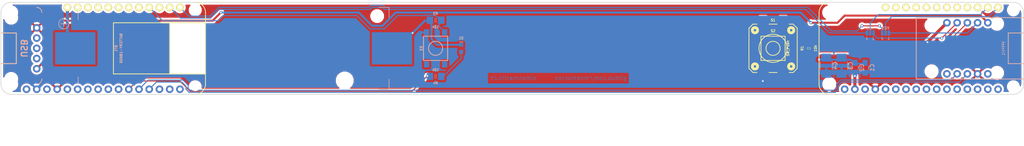
<source format=kicad_pcb>
(kicad_pcb (version 4) (host pcbnew 4.0.7)
  (layers (0 F.Cu signal) (31 B.Cu signal) (34 B.Paste user) (35 F.Paste user) (36 B.SilkS user) (37 F.SilkS user) (38 B.Mask user) (39 F.Mask user) (44 Edge.Cuts user))
  (net 0 "")
  (net 1 GND)
  (net 2 /BAT)
  (net 3 "Net-(J2-Pad3)")
  (net 4 +3V3)
  (net 5 "Net-(D1-PadA)")
  (net 6 /ONOFF_WEB)
  (net 7 /ONOFF_LED)
  (net 8 /SCL_TRINKET)
  (net 9 /SDA_TRINKET)
  (net 10 +5V)
  (net 11 /SDA_HUZZAH)
  (net 12 /SCL_HUZZAH)
  (net 13 "Net-(J4-Pad11)")
  (net 14 "Net-(J4-Pad12)")
  (net 15 "Net-(J7-Pad11)")
  (net 16 "Net-(J5-Pad9)")
  (module Mounting_Holes:MountingHole_2.5mm (layer F.Cu) (at 22.86 83.82)
    (fp_text reference REF** hide)
    (fp_text value MountingHole_2.5mm hide)
    (pad 1 np_thru_hole circle (at 0 0) (size 2.5 2.5) (drill 2.5) (layers *.Cu *.Mask))
  )
  (module Mounting_Holes:MountingHole_2.2mm_M2 (layer F.Cu) (at 271.78 102.235)
    (fp_text reference REF** hide)
    (fp_text value MountingHole_2.2mm_M2 hide)
    (pad 1 np_thru_hole circle (at 0 0) (size 2.2 2.2) (drill 2.2) (layers *.Cu *.Mask))
  )
  (module Mounting_Holes:MountingHole_2.2mm_M2 (layer F.Cu) (at 271.78 83.185)
    (fp_text reference REF** hide)
    (fp_text value MountingHole_2.2mm_M2 hide)
    (pad 1 np_thru_hole circle (at 0 0) (size 2.2 2.2) (drill 2.2) (layers *.Cu *.Mask))
  )
  (module Mounting_Holes:MountingHole_2.2mm_M2 (layer F.Cu) (at 68.58 102.235)
    (fp_text reference REF** hide)
    (fp_text value MountingHole_2.2mm_M2 hide)
    (pad 1 np_thru_hole circle (at 0 0) (size 2.2 2.2) (drill 2.2) (layers *.Cu *.Mask))
  )
  (module Mounting_Holes:MountingHole_2.5mm (layer F.Cu) (at 267.716 86.614)
    (fp_text reference REF** hide)
    (fp_text value MountingHole_2.5mm hide)
    (pad 1 np_thru_hole circle (at 0 0) (size 2.5 2.5) (drill 2.5) (layers *.Cu *.Mask))
  )
  (module Mounting_Holes:MountingHole_2.5mm (layer F.Cu) (at 267.716 98.806)
    (fp_text reference REF** hide)
    (fp_text value MountingHole_2.5mm hide)
    (pad 1 np_thru_hole circle (at 0 0) (size 2.5 2.5) (drill 2.5) (layers *.Cu *.Mask))
  )
  (module Mounting_Holes:MountingHole_2.5mm (layer F.Cu) (at 251.46 98.425)
    (fp_text reference REF** hide)
    (fp_text value MountingHole_2.5mm hide)
    (pad 1 np_thru_hole circle (at 0 0) (size 2.5 2.5) (drill 2.5) (layers *.Cu *.Mask))
  )
  (module Mounting_Holes:MountingHole_2.5mm (layer F.Cu) (at 226.06 83.82)
    (fp_text reference REF** hide)
    (fp_text value MountingHole_2.5mm hide)
    (pad 1 np_thru_hole circle (at 0 0) (size 2.5 2.5) (drill 2.5) (layers *.Cu *.Mask))
  )
  (module Mounting_Holes:MountingHole_2.5mm (layer F.Cu) (at 226.06 101.6)
    (fp_text reference REF** hide)
    (fp_text value MountingHole_2.5mm hide)
    (pad 1 np_thru_hole circle (at 0 0) (size 2.5 2.5) (drill 2.5) (layers *.Cu *.Mask))
  )
  (module Mounting_Holes:MountingHole_2.5mm (layer F.Cu) (at 251.46 86.995)
    (fp_text reference REF** hide)
    (fp_text value MountingHole_2.5mm hide)
    (pad 1 np_thru_hole circle (at 0 0) (size 2.5 2.5) (drill 2.5) (layers *.Cu *.Mask))
  )
  (module Mounting_Holes:MountingHole_2.5mm (layer F.Cu) (at 22.86 100.33)
    (fp_text reference REF** hide)
    (fp_text value MountingHole_2.5mm hide)
    (pad 1 np_thru_hole circle (at 0 0) (size 2.5 2.5) (drill 2.5) (layers *.Cu *.Mask))
  )
  (module Mounting_Holes:MountingHole_2.5mm (layer F.Cu) (at 22.86 101.6)
    (fp_text reference REF** hide)
    (fp_text value MountingHole_2.5mm hide)
    (pad 1 np_thru_hole circle (at 0 0) (size 2.5 2.5) (drill 2.5) (layers *.Cu *.Mask))
  )
  (module Mounting_Holes:MountingHole_2.5mm (layer F.Cu) (at 22.86 85.09)
    (fp_text reference REF** hide)
    (fp_text value MountingHole_2.5mm hide)
    (pad 1 np_thru_hole circle (at 0 0) (size 2.5 2.5) (drill 2.5) (layers *.Cu *.Mask))
  )
  (module Switches:TACTILE_SWITCH_SMD_6.2MM_TALL (layer B.Cu) (at 128.27 92.71 270)
    (fp_text reference S3 (at 0 3.556 270) (layer B.SilkS) (effects (font (size 0.6096 0.6096) (thickness 0.127)) (justify mirror)))
    (fp_text value SW_Push hide)
    (fp_line (start -2.99974 -2.99974) (end 2.99974 -2.99974) (layer B.SilkS) (width 0.2032))
    (fp_line (start 2.99974 -2.99974) (end 2.99974 2.99974) (layer B.SilkS) (width 0.2032))
    (fp_line (start 2.99974 2.99974) (end -2.99974 2.99974) (layer B.SilkS) (width 0.2032))
    (fp_line (start -2.99974 2.99974) (end -2.99974 -2.99974) (layer B.SilkS) (width 0.2032))
    (fp_circle (center 0 0) (end 0 1.74752) (layer B.SilkS) (width 0.2032))
    (pad 2 smd rect (at -3.97256 -2.2479 180) (size 1.29794 1.5494) (layers B.Cu B.Paste B.Mask) (net 16 "Net-(J5-Pad9)"))
    (pad 3 smd rect (at 3.97256 -2.2479 180) (size 1.29794 1.5494) (layers B.Cu B.Paste B.Mask))
    (pad 1 smd rect (at -3.97256 2.2479 180) (size 1.29794 1.5494) (layers B.Cu B.Paste B.Mask) (net 4 +3V3))
    (pad 4 smd rect (at 3.97256 2.2479 180) (size 1.29794 1.5494) (layers B.Cu B.Paste B.Mask))
  )
  (module LED:LED-0603 (layer B.Cu) (at 134.62 92.71 90)
    (fp_text reference D1 (at 2.54 0 180) (layer B.SilkS) (effects (font (size 0.6096 0.6096) (thickness 0.127)) (justify mirror)))
    (fp_text value LED-RED0603 hide)
    (fp_line (start 1.5875 0.47498) (end 1.5875 -0.47498) (layer B.SilkS) (width 0.127))
    (pad A smd rect (at -0.8763 0 180) (size 0.99822 0.99822) (layers B.Cu B.Paste B.Mask) (net 5 "Net-(D1-PadA)"))
    (pad C smd rect (at 0.8763 0 180) (size 0.99822 0.99822) (layers B.Cu B.Paste B.Mask) (net 1 GND))
  )
  (module SparkfunSwitches:TACTILE_SWITCH_SMD_12MM (layer F.Cu) (at 212.09 92.71 270)
    (fp_text reference S1 (at -6.985 0 360) (layer F.SilkS) (effects (font (size 0.6096 0.6096) (thickness 0.127))))
    (fp_text value MOMENTARY-SWITCH-SPST-PTH-6.0MM hide)
    (fp_line (start -5.99948 -3.99796) (end -5.99948 -4.99872) (layer F.SilkS) (width 0.2032))
    (fp_line (start -4.99872 -5.99948) (end 4.99872 -5.99948) (layer F.SilkS) (width 0.2032))
    (fp_line (start 5.99948 -4.99872) (end 5.99948 -3.99796) (layer F.SilkS) (width 0.2032))
    (fp_line (start 5.99948 -0.99822) (end 5.99948 0.99822) (layer F.SilkS) (width 0.2032))
    (fp_line (start 5.99948 3.99796) (end 5.99948 4.99872) (layer F.SilkS) (width 0.2032))
    (fp_line (start 4.99872 5.99948) (end -4.99872 5.99948) (layer F.SilkS) (width 0.2032))
    (fp_line (start -5.99948 4.99872) (end -5.99948 3.99796) (layer F.SilkS) (width 0.2032))
    (fp_line (start -5.99948 0.99822) (end -5.99948 -0.99822) (layer F.SilkS) (width 0.2032))
    (fp_line (start -5.99948 4.99872) (end -4.99872 5.99948) (layer F.SilkS) (width 0.2032))
    (fp_line (start 5.99948 4.99872) (end 4.99872 5.99948) (layer F.SilkS) (width 0.2032))
    (fp_line (start 5.99948 -4.99872) (end 4.99872 -5.99948) (layer F.SilkS) (width 0.2032))
    (fp_line (start -4.99872 -5.99948) (end -5.99948 -4.99872) (layer F.SilkS) (width 0.2032))
    (fp_circle (center 0 0) (end 0 -3.49758) (layer F.SilkS) (width 0.2032))
    (fp_circle (center -4.49834 -4.49834) (end -4.49834 -4.79806) (layer F.SilkS) (width 0.6985))
    (fp_circle (center 4.49834 -4.49834) (end 4.49834 -4.79806) (layer F.SilkS) (width 0.6985))
    (fp_circle (center 4.49834 4.49834) (end 4.49834 4.19862) (layer F.SilkS) (width 0.6985))
    (fp_circle (center -4.49834 4.49834) (end -4.49834 4.19862) (layer F.SilkS) (width 0.6985))
    (pad 1 smd rect (at 6.97484 2.49936 270) (size 1.59766 1.5494) (layers F.Cu F.Paste F.Mask) (net 4 +3V3))
    (pad 2 smd rect (at -6.97484 2.49936 270) (size 1.59766 1.5494) (layers F.Cu F.Paste F.Mask))
    (pad 3 smd rect (at 6.97484 -2.49936 270) (size 1.59766 1.5494) (layers F.Cu F.Paste F.Mask) (net 3 "Net-(J2-Pad3)"))
    (pad 4 smd rect (at -6.97484 -2.49936 270) (size 1.59766 1.5494) (layers F.Cu F.Paste F.Mask))
  )
  (module SparkfunConnectors:1X05_NO_SILK (layer B.Cu) (at 255.27 99.06)
    (fp_text reference J1 hide)
    (fp_text value CONN_05 hide)
    (pad 1 thru_hole circle (at 0 0) (size 1.8796 1.8796) (drill 1.016) (layers *.Cu *.Mask))
    (pad 2 thru_hole circle (at 2.54 0) (size 1.8796 1.8796) (drill 1.016) (layers *.Cu *.Mask) (net 6 /ONOFF_WEB))
    (pad 3 thru_hole circle (at 5.08 0) (size 1.8796 1.8796) (drill 1.016) (layers *.Cu *.Mask) (net 7 /ONOFF_LED))
    (pad 4 thru_hole circle (at 7.62 0) (size 1.8796 1.8796) (drill 1.016) (layers *.Cu *.Mask) (net 1 GND))
    (pad 5 thru_hole circle (at 10.16 0) (size 1.8796 1.8796) (drill 1.016) (layers *.Cu *.Mask))
  )
  (module SparkfunConnectors:1X05_NO_SILK (layer B.Cu) (at 255.27 86.36)
    (fp_text reference J2 hide)
    (fp_text value CONN_05 hide)
    (pad 1 thru_hole circle (at 0 0) (size 1.8796 1.8796) (drill 1.016) (layers *.Cu *.Mask) (net 4 +3V3))
    (pad 2 thru_hole circle (at 2.54 0) (size 1.8796 1.8796) (drill 1.016) (layers *.Cu *.Mask) (net 8 /SCL_TRINKET))
    (pad 3 thru_hole circle (at 5.08 0) (size 1.8796 1.8796) (drill 1.016) (layers *.Cu *.Mask) (net 3 "Net-(J2-Pad3)"))
    (pad 4 thru_hole circle (at 7.62 0) (size 1.8796 1.8796) (drill 1.016) (layers *.Cu *.Mask) (net 9 /SDA_TRINKET))
    (pad 5 thru_hole circle (at 10.16 0) (size 1.8796 1.8796) (drill 1.016) (layers *.Cu *.Mask) (net 10 +5V))
  )
  (module SparkfunConnectors:1X05_NO_SILK (layer B.Cu) (at 29.21 87.63 270)
    (fp_text reference J3 hide)
    (fp_text value CONN_05 hide)
    (pad 1 thru_hole circle (at 0 0 270) (size 1.8796 1.8796) (drill 1.016) (layers *.Cu *.Mask) (net 1 GND))
    (pad 2 thru_hole circle (at 2.54 0 270) (size 1.8796 1.8796) (drill 1.016) (layers *.Cu *.Mask))
    (pad 3 thru_hole circle (at 5.08 0 270) (size 1.8796 1.8796) (drill 1.016) (layers *.Cu *.Mask))
    (pad 4 thru_hole circle (at 7.62 0 270) (size 1.8796 1.8796) (drill 1.016) (layers *.Cu *.Mask))
    (pad 5 thru_hole circle (at 10.16 0 270) (size 1.8796 1.8796) (drill 1.016) (layers *.Cu *.Mask) (net 10 +5V))
  )
  (module SparkfunConnectors:1X12_NO_SILK_KIT (layer F.Cu) (at 240.03 82.55)
    (fp_text reference J4 hide)
    (fp_text value CONN_121X12_NO_SILK_KIT hide)
    (fp_circle (center 0 0) (end 0 -0.508) (layer F.SilkS) (width 0))
    (fp_circle (center 0 0) (end 0 -0.9525) (layer F.SilkS) (width 0))
    (fp_circle (center 2.54 0) (end 2.54 -0.9525) (layer F.SilkS) (width 0))
    (fp_circle (center 5.08 0) (end 5.08 -0.9525) (layer F.SilkS) (width 0))
    (fp_circle (center 7.62 0) (end 7.62 -0.9525) (layer F.SilkS) (width 0))
    (fp_circle (center 10.16 0) (end 10.16 -0.9525) (layer F.SilkS) (width 0))
    (fp_circle (center 12.7 0) (end 12.7 -0.9525) (layer F.SilkS) (width 0))
    (fp_circle (center 15.24 0) (end 15.24 -0.9525) (layer F.SilkS) (width 0))
    (fp_circle (center 17.78 0) (end 17.78 -0.9525) (layer F.SilkS) (width 0))
    (fp_circle (center 20.32 0) (end 20.32 -0.9525) (layer F.SilkS) (width 0))
    (fp_circle (center 22.86 0) (end 22.86 -0.9525) (layer F.SilkS) (width 0))
    (fp_circle (center 25.4 0) (end 25.4 -0.9525) (layer F.SilkS) (width 0))
    (fp_circle (center 2.54 0) (end 2.54 -0.508) (layer F.SilkS) (width 0))
    (fp_circle (center 5.08 0) (end 5.08 -0.508) (layer F.SilkS) (width 0))
    (fp_circle (center 7.62 0) (end 7.62 -0.508) (layer F.SilkS) (width 0))
    (fp_circle (center 10.16 0) (end 10.16 -0.508) (layer F.SilkS) (width 0))
    (fp_circle (center 12.7 0) (end 12.7 -0.508) (layer F.SilkS) (width 0))
    (fp_circle (center 15.24 0) (end 15.24 -0.508) (layer F.SilkS) (width 0))
    (fp_circle (center 17.78 0) (end 17.78 -0.508) (layer F.SilkS) (width 0))
    (fp_circle (center 20.32 0) (end 20.32 -0.508) (layer F.SilkS) (width 0))
    (fp_circle (center 22.86 0) (end 22.86 -0.508) (layer F.SilkS) (width 0))
    (fp_circle (center 25.4 0) (end 25.4 -0.508) (layer F.SilkS) (width 0))
    (fp_circle (center 27.94 0) (end 27.94 -0.9525) (layer F.SilkS) (width 0))
    (fp_circle (center 27.94 0) (end 27.94 -0.508) (layer F.SilkS) (width 0))
    (pad 1 thru_hole circle (at 0 0) (size 1.8796 1.8796) (drill 1.016) (layers *.Cu *.Mask))
    (pad 2 thru_hole circle (at 2.54 0) (size 1.8796 1.8796) (drill 1.016) (layers *.Cu *.Mask))
    (pad 3 thru_hole circle (at 5.08 0) (size 1.8796 1.8796) (drill 1.016) (layers *.Cu *.Mask))
    (pad 4 thru_hole circle (at 7.62 0) (size 1.8796 1.8796) (drill 1.016) (layers *.Cu *.Mask))
    (pad 5 thru_hole circle (at 10.16 0) (size 1.8796 1.8796) (drill 1.016) (layers *.Cu *.Mask))
    (pad 6 thru_hole circle (at 12.7 0) (size 1.8796 1.8796) (drill 1.016) (layers *.Cu *.Mask))
    (pad 7 thru_hole circle (at 15.24 0) (size 1.8796 1.8796) (drill 1.016) (layers *.Cu *.Mask))
    (pad 8 thru_hole circle (at 17.78 0) (size 1.8796 1.8796) (drill 1.016) (layers *.Cu *.Mask))
    (pad 9 thru_hole circle (at 20.32 0) (size 1.8796 1.8796) (drill 1.016) (layers *.Cu *.Mask))
    (pad 10 thru_hole circle (at 22.86 0) (size 1.8796 1.8796) (drill 1.016) (layers *.Cu *.Mask))
    (pad 11 thru_hole circle (at 25.4 0) (size 1.8796 1.8796) (drill 1.016) (layers *.Cu *.Mask) (net 13 "Net-(J4-Pad11)"))
    (pad 12 thru_hole circle (at 27.94 0) (size 1.8796 1.8796) (drill 1.016) (layers *.Cu *.Mask) (net 14 "Net-(J4-Pad12)"))
  )
  (module SparkfunConnectors:1X12_NO_SILK_KIT (layer F.Cu) (at 36.83 82.55)
    (fp_text reference J5 hide)
    (fp_text value CONN_121X12_NO_SILK_KIT hide)
    (fp_circle (center 0 0) (end 0 -0.508) (layer F.SilkS) (width 0))
    (fp_circle (center 0 0) (end 0 -0.9525) (layer F.SilkS) (width 0))
    (fp_circle (center 2.54 0) (end 2.54 -0.9525) (layer F.SilkS) (width 0))
    (fp_circle (center 5.08 0) (end 5.08 -0.9525) (layer F.SilkS) (width 0))
    (fp_circle (center 7.62 0) (end 7.62 -0.9525) (layer F.SilkS) (width 0))
    (fp_circle (center 10.16 0) (end 10.16 -0.9525) (layer F.SilkS) (width 0))
    (fp_circle (center 12.7 0) (end 12.7 -0.9525) (layer F.SilkS) (width 0))
    (fp_circle (center 15.24 0) (end 15.24 -0.9525) (layer F.SilkS) (width 0))
    (fp_circle (center 17.78 0) (end 17.78 -0.9525) (layer F.SilkS) (width 0))
    (fp_circle (center 20.32 0) (end 20.32 -0.9525) (layer F.SilkS) (width 0))
    (fp_circle (center 22.86 0) (end 22.86 -0.9525) (layer F.SilkS) (width 0))
    (fp_circle (center 25.4 0) (end 25.4 -0.9525) (layer F.SilkS) (width 0))
    (fp_circle (center 2.54 0) (end 2.54 -0.508) (layer F.SilkS) (width 0))
    (fp_circle (center 5.08 0) (end 5.08 -0.508) (layer F.SilkS) (width 0))
    (fp_circle (center 7.62 0) (end 7.62 -0.508) (layer F.SilkS) (width 0))
    (fp_circle (center 10.16 0) (end 10.16 -0.508) (layer F.SilkS) (width 0))
    (fp_circle (center 12.7 0) (end 12.7 -0.508) (layer F.SilkS) (width 0))
    (fp_circle (center 15.24 0) (end 15.24 -0.508) (layer F.SilkS) (width 0))
    (fp_circle (center 17.78 0) (end 17.78 -0.508) (layer F.SilkS) (width 0))
    (fp_circle (center 20.32 0) (end 20.32 -0.508) (layer F.SilkS) (width 0))
    (fp_circle (center 22.86 0) (end 22.86 -0.508) (layer F.SilkS) (width 0))
    (fp_circle (center 25.4 0) (end 25.4 -0.508) (layer F.SilkS) (width 0))
    (fp_circle (center 27.94 0) (end 27.94 -0.9525) (layer F.SilkS) (width 0))
    (fp_circle (center 27.94 0) (end 27.94 -0.508) (layer F.SilkS) (width 0))
    (pad 1 thru_hole circle (at 0 0) (size 1.8796 1.8796) (drill 1.016) (layers *.Cu *.Mask) (net 2 /BAT))
    (pad 2 thru_hole circle (at 2.54 0) (size 1.8796 1.8796) (drill 1.016) (layers *.Cu *.Mask))
    (pad 3 thru_hole circle (at 5.08 0) (size 1.8796 1.8796) (drill 1.016) (layers *.Cu *.Mask))
    (pad 4 thru_hole circle (at 7.62 0) (size 1.8796 1.8796) (drill 1.016) (layers *.Cu *.Mask))
    (pad 5 thru_hole circle (at 10.16 0) (size 1.8796 1.8796) (drill 1.016) (layers *.Cu *.Mask))
    (pad 6 thru_hole circle (at 12.7 0) (size 1.8796 1.8796) (drill 1.016) (layers *.Cu *.Mask))
    (pad 7 thru_hole circle (at 15.24 0) (size 1.8796 1.8796) (drill 1.016) (layers *.Cu *.Mask))
    (pad 8 thru_hole circle (at 17.78 0) (size 1.8796 1.8796) (drill 1.016) (layers *.Cu *.Mask))
    (pad 9 thru_hole circle (at 20.32 0) (size 1.8796 1.8796) (drill 1.016) (layers *.Cu *.Mask) (net 16 "Net-(J5-Pad9)"))
    (pad 10 thru_hole circle (at 22.86 0) (size 1.8796 1.8796) (drill 1.016) (layers *.Cu *.Mask))
    (pad 11 thru_hole circle (at 25.4 0) (size 1.8796 1.8796) (drill 1.016) (layers *.Cu *.Mask) (net 12 /SCL_HUZZAH))
    (pad 12 thru_hole circle (at 27.94 0) (size 1.8796 1.8796) (drill 1.016) (layers *.Cu *.Mask) (net 11 /SDA_HUZZAH))
  )
  (module SparkfunConnectors:1X16_NO_SILK (layer F.Cu) (at 229.87 102.87)
    (fp_text reference J6 hide)
    (fp_text value CONN_161X16_NO_SILK hide)
    (pad 1 thru_hole circle (at 0 0) (size 1.8796 1.8796) (drill 1.016) (layers *.Cu *.Mask))
    (pad 2 thru_hole circle (at 2.54 0) (size 1.8796 1.8796) (drill 1.016) (layers *.Cu *.Mask) (net 4 +3V3))
    (pad 3 thru_hole circle (at 5.08 0) (size 1.8796 1.8796) (drill 1.016) (layers *.Cu *.Mask))
    (pad 4 thru_hole circle (at 7.62 0) (size 1.8796 1.8796) (drill 1.016) (layers *.Cu *.Mask) (net 1 GND))
    (pad 5 thru_hole circle (at 10.16 0) (size 1.8796 1.8796) (drill 1.016) (layers *.Cu *.Mask))
    (pad 6 thru_hole circle (at 12.7 0) (size 1.8796 1.8796) (drill 1.016) (layers *.Cu *.Mask))
    (pad 7 thru_hole circle (at 15.24 0) (size 1.8796 1.8796) (drill 1.016) (layers *.Cu *.Mask))
    (pad 8 thru_hole circle (at 17.78 0) (size 1.8796 1.8796) (drill 1.016) (layers *.Cu *.Mask))
    (pad 9 thru_hole circle (at 20.32 0) (size 1.8796 1.8796) (drill 1.016) (layers *.Cu *.Mask))
    (pad 10 thru_hole circle (at 22.86 0) (size 1.8796 1.8796) (drill 1.016) (layers *.Cu *.Mask))
    (pad 11 thru_hole circle (at 25.4 0) (size 1.8796 1.8796) (drill 1.016) (layers *.Cu *.Mask))
    (pad 12 thru_hole circle (at 27.94 0) (size 1.8796 1.8796) (drill 1.016) (layers *.Cu *.Mask))
    (pad 13 thru_hole circle (at 30.48 0) (size 1.8796 1.8796) (drill 1.016) (layers *.Cu *.Mask))
    (pad 14 thru_hole circle (at 33.02 0) (size 1.8796 1.8796) (drill 1.016) (layers *.Cu *.Mask))
    (pad 15 thru_hole circle (at 35.56 0) (size 1.8796 1.8796) (drill 1.016) (layers *.Cu *.Mask))
    (pad 16 thru_hole circle (at 38.1 0) (size 1.8796 1.8796) (drill 1.016) (layers *.Cu *.Mask))
  )
  (module SparkfunConnectors:1X16_NO_SILK (layer F.Cu) (at 26.67 102.87)
    (fp_text reference J7 hide)
    (fp_text value CONN_161X16_NO_SILK hide)
    (pad 1 thru_hole circle (at 0 0) (size 1.8796 1.8796) (drill 1.016) (layers *.Cu *.Mask))
    (pad 2 thru_hole circle (at 2.54 0) (size 1.8796 1.8796) (drill 1.016) (layers *.Cu *.Mask) (net 4 +3V3))
    (pad 3 thru_hole circle (at 5.08 0) (size 1.8796 1.8796) (drill 1.016) (layers *.Cu *.Mask))
    (pad 4 thru_hole circle (at 7.62 0) (size 1.8796 1.8796) (drill 1.016) (layers *.Cu *.Mask) (net 1 GND))
    (pad 5 thru_hole circle (at 10.16 0) (size 1.8796 1.8796) (drill 1.016) (layers *.Cu *.Mask))
    (pad 6 thru_hole circle (at 12.7 0) (size 1.8796 1.8796) (drill 1.016) (layers *.Cu *.Mask))
    (pad 7 thru_hole circle (at 15.24 0) (size 1.8796 1.8796) (drill 1.016) (layers *.Cu *.Mask))
    (pad 8 thru_hole circle (at 17.78 0) (size 1.8796 1.8796) (drill 1.016) (layers *.Cu *.Mask))
    (pad 9 thru_hole circle (at 20.32 0) (size 1.8796 1.8796) (drill 1.016) (layers *.Cu *.Mask))
    (pad 10 thru_hole circle (at 22.86 0) (size 1.8796 1.8796) (drill 1.016) (layers *.Cu *.Mask))
    (pad 11 thru_hole circle (at 25.4 0) (size 1.8796 1.8796) (drill 1.016) (layers *.Cu *.Mask) (net 15 "Net-(J7-Pad11)"))
    (pad 12 thru_hole circle (at 27.94 0) (size 1.8796 1.8796) (drill 1.016) (layers *.Cu *.Mask) (net 6 /ONOFF_WEB))
    (pad 13 thru_hole circle (at 30.48 0) (size 1.8796 1.8796) (drill 1.016) (layers *.Cu *.Mask) (net 7 /ONOFF_LED))
    (pad 14 thru_hole circle (at 33.02 0) (size 1.8796 1.8796) (drill 1.016) (layers *.Cu *.Mask))
    (pad 15 thru_hole circle (at 35.56 0) (size 1.8796 1.8796) (drill 1.016) (layers *.Cu *.Mask))
    (pad 16 thru_hole circle (at 38.1 0) (size 1.8796 1.8796) (drill 1.016) (layers *.Cu *.Mask))
  )
  (module Jumpers:SMT-JUMPER_3_NO_NO-SILK (layer B.Cu) (at 240.03 88.9 180)
    (fp_text reference JP1 hide)
    (fp_text value JUMPER-SMT_3_NO hide)
    (pad 1 smd rect (at -0.8128 0 180) (size 0.635 1.27) (layers B.Cu B.Mask) (net 9 /SDA_TRINKET))
    (pad 2 smd rect (at 0 0 180) (size 0.635 1.27) (layers B.Cu B.Mask) (net 14 "Net-(J4-Pad12)"))
    (pad 3 smd rect (at 0.8128 0 180) (size 0.635 1.27) (layers B.Cu B.Mask) (net 11 /SDA_HUZZAH))
  )
  (module Jumpers:SMT-JUMPER_3_NO_NO-SILK (layer B.Cu) (at 236.22 88.9 180)
    (fp_text reference JP2 hide)
    (fp_text value JUMPER-SMT_3_NO hide)
    (pad 1 smd rect (at -0.8128 0 180) (size 0.635 1.27) (layers B.Cu B.Mask) (net 8 /SCL_TRINKET))
    (pad 2 smd rect (at 0 0 180) (size 0.635 1.27) (layers B.Cu B.Mask) (net 13 "Net-(J4-Pad11)"))
    (pad 3 smd rect (at 0.8128 0 180) (size 0.635 1.27) (layers B.Cu B.Mask) (net 12 /SCL_HUZZAH))
  )
  (module pcb-artwork:PolygonHeart-3_copper (layer F.Cu) (at 186.69 92.71 270)
    (fp_text reference G*** hide)
    (fp_text value PolygonHeart-3_copper hide)
  )
  (module pcb-artwork:OSHW-Logo_12mm_copper (layer F.Cu) (at 83.82 92.71 270)
    (fp_text reference LOGO1 hide)
    (fp_text value OSHW-LOGOM hide)
  )
  (module Switches:TACTILE_SWITCH_SMD_6.2MM_TALL (layer F.Cu) (at 212.09 92.71 90)
    (fp_text reference S2 (at 4.318 0 180) (layer F.SilkS) (effects (font (size 0.6096 0.6096) (thickness 0.127))))
    (fp_text value SW_Push (at 0 3.683 90) (layer F.SilkS) (effects (font (size 0.6096 0.6096) (thickness 0.127))))
    (fp_line (start -2.99974 2.99974) (end 2.99974 2.99974) (layer F.SilkS) (width 0.2032))
    (fp_line (start 2.99974 2.99974) (end 2.99974 -2.99974) (layer F.SilkS) (width 0.2032))
    (fp_line (start 2.99974 -2.99974) (end -2.99974 -2.99974) (layer F.SilkS) (width 0.2032))
    (fp_line (start -2.99974 -2.99974) (end -2.99974 2.99974) (layer F.SilkS) (width 0.2032))
    (fp_circle (center 0 0) (end 0 -1.74752) (layer F.SilkS) (width 0.2032))
    (pad 2 smd rect (at -3.97256 2.2479 180) (size 1.29794 1.5494) (layers F.Cu F.Paste F.Mask) (net 3 "Net-(J2-Pad3)"))
    (pad 3 smd rect (at 3.97256 2.2479 180) (size 1.29794 1.5494) (layers F.Cu F.Paste F.Mask))
    (pad 1 smd rect (at -3.97256 -2.2479 180) (size 1.29794 1.5494) (layers F.Cu F.Paste F.Mask) (net 4 +3V3))
    (pad 4 smd rect (at 3.97256 -2.2479 180) (size 1.29794 1.5494) (layers F.Cu F.Paste F.Mask))
  )
  (module Resistors:1206 (layer F.Cu) (at 220.98 92.71 90)
    (fp_text reference R1 (at 0 -1.651 90) (layer F.SilkS) (effects (font (size 0.6096 0.6096) (thickness 0.127))))
    (fp_text value 10k (at 0 1.651 90) (layer F.SilkS) (effects (font (size 0.6096 0.6096) (thickness 0.127))))
    (fp_line (start -0.19812 0.39878) (end 0.19812 0.39878) (layer F.SilkS) (width 0.06604))
    (fp_line (start 0.19812 0.39878) (end 0.19812 -0.39878) (layer F.SilkS) (width 0.06604))
    (fp_line (start -0.19812 -0.39878) (end 0.19812 -0.39878) (layer F.SilkS) (width 0.06604))
    (fp_line (start -0.19812 0.39878) (end -0.19812 -0.39878) (layer F.SilkS) (width 0.06604))
    (pad 1 smd rect (at -1.39954 0 90) (size 1.59766 1.79832) (layers F.Cu F.Paste F.Mask) (net 3 "Net-(J2-Pad3)"))
    (pad 2 smd rect (at 1.39954 0 90) (size 1.59766 1.79832) (layers F.Cu F.Paste F.Mask) (net 1 GND))
  )
  (module Resistors:1206 (layer B.Cu) (at 128.27 85.725 180)
    (fp_text reference R3 (at 0 1.651 180) (layer B.SilkS) (effects (font (size 0.6096 0.6096) (thickness 0.127)) (justify mirror)))
    (fp_text value 10k (at 0 -1.651 180) (layer B.SilkS) (effects (font (size 0.6096 0.6096) (thickness 0.127)) (justify mirror)))
    (fp_line (start -0.19812 -0.39878) (end 0.19812 -0.39878) (layer B.SilkS) (width 0.06604))
    (fp_line (start 0.19812 -0.39878) (end 0.19812 0.39878) (layer B.SilkS) (width 0.06604))
    (fp_line (start -0.19812 0.39878) (end 0.19812 0.39878) (layer B.SilkS) (width 0.06604))
    (fp_line (start -0.19812 -0.39878) (end -0.19812 0.39878) (layer B.SilkS) (width 0.06604))
    (pad 1 smd rect (at -1.39954 0 180) (size 1.59766 1.79832) (layers B.Cu B.Paste B.Mask) (net 16 "Net-(J5-Pad9)"))
    (pad 2 smd rect (at 1.39954 0 180) (size 1.59766 1.79832) (layers B.Cu B.Paste B.Mask) (net 1 GND))
  )
  (module Resistors:1206 (layer B.Cu) (at 128.27 99.695)
    (fp_text reference R4 (at 0 1.651) (layer B.SilkS) (effects (font (size 0.6096 0.6096) (thickness 0.127)) (justify mirror)))
    (fp_text value 10k (at 0 -1.651) (layer B.SilkS) (effects (font (size 0.6096 0.6096) (thickness 0.127)) (justify mirror)))
    (fp_line (start -0.19812 -0.39878) (end 0.19812 -0.39878) (layer B.SilkS) (width 0.06604))
    (fp_line (start 0.19812 -0.39878) (end 0.19812 0.39878) (layer B.SilkS) (width 0.06604))
    (fp_line (start -0.19812 0.39878) (end 0.19812 0.39878) (layer B.SilkS) (width 0.06604))
    (fp_line (start -0.19812 -0.39878) (end -0.19812 0.39878) (layer B.SilkS) (width 0.06604))
    (pad 1 smd rect (at -1.39954 0) (size 1.59766 1.79832) (layers B.Cu B.Paste B.Mask) (net 15 "Net-(J7-Pad11)"))
    (pad 2 smd rect (at 1.39954 0) (size 1.59766 1.79832) (layers B.Cu B.Paste B.Mask) (net 5 "Net-(D1-PadA)"))
  )
  (module Keystone_BatteryHolder:BATTERY_18650-HOLDER_1042P (layer B.Cu) (at 78.105 92.71)
    (fp_text reference BT1 (at -29.21 0 90) (layer B.SilkS) (effects (font (size 0.6096 0.6096) (thickness 0.127)) (justify mirror)))
    (fp_text value BATTERY-18650 (at -27.94 0 270) (layer B.SilkS) (effects (font (size 0.6096 0.6096) (thickness 0.127)) (justify mirror)))
    (fp_line (start -38.608 8.89) (end -38.608 7.112) (layer B.SilkS) (width 0.15))
    (fp_line (start -38.608 -8.89) (end -38.608 -7.112) (layer B.SilkS) (width 0.15))
    (fp_line (start -42.926 -6.096) (end -41.402 -6.096) (layer B.SilkS) (width 0.15))
    (fp_line (start -42.164 -5.334) (end -42.164 -6.858) (layer B.SilkS) (width 0.15))
    (fp_circle (center -42.164 -6.096) (end -40.894 -6.096) (layer B.SilkS) (width 0.15))
    (fp_line (start 38.608 -10.16) (end 36.068 -10.16) (layer B.SilkS) (width 0.15))
    (fp_line (start 38.608 -7.62) (end 38.608 -10.16) (layer B.SilkS) (width 0.15))
    (fp_line (start 36.068 10.16) (end 38.608 10.16) (layer B.SilkS) (width 0.15))
    (fp_line (start 38.608 10.16) (end 38.608 7.62) (layer B.SilkS) (width 0.15))
    (pad "" np_thru_hole circle (at 35.66 -8) (size 2.39 2.39) (drill 2.39) (layers *.Cu *.Mask))
    (pad GND@ smd rect (at 39.33 0) (size 10 8) (layers B.Cu B.Paste B.Mask) (net 1 GND))
    (pad PWR@ smd rect (at -39.33 0) (size 10 8) (layers B.Cu B.Paste B.Mask) (net 2 /BAT))
    (pad "" np_thru_hole circle (at 27.6 8) (size 3.45 3.45) (drill 3.45) (layers *.Cu *.Mask))
  )
  (module Capacitors_SMD:C_0805_HandSoldering (layer B.Cu) (at 234.95 97.536 90)
    (fp_text reference C1 (at 0 1.75 90) (layer B.SilkS) (effects (justify mirror)))
    (fp_text value C)
    (fp_line (start 0.5 0.85) (end -0.5 0.85) (layer B.SilkS) (width 0.12))
    (fp_line (start -0.5 -0.85) (end 0.5 -0.85) (layer B.SilkS) (width 0.12))
    (pad 1 smd rect (at -1.25 0 90) (size 1.5 1.25) (layers B.Cu B.Paste B.Mask) (net 4 +3V3))
    (pad 2 smd rect (at 1.25 0 90) (size 1.5 1.25) (layers B.Cu B.Paste B.Mask) (net 1 GND))
  )
  (module Capacitors_SMD:C_0805_HandSoldering (layer B.Cu) (at 232.41 97.536 90)
    (fp_text reference C2 (at 0 1.75 90) (layer B.SilkS) (effects (justify mirror)))
    (fp_text value C)
    (fp_line (start 0.5 0.85) (end -0.5 0.85) (layer B.SilkS) (width 0.12))
    (fp_line (start -0.5 -0.85) (end 0.5 -0.85) (layer B.SilkS) (width 0.12))
    (pad 1 smd rect (at -1.25 0 90) (size 1.5 1.25) (layers B.Cu B.Paste B.Mask) (net 4 +3V3))
    (pad 2 smd rect (at 1.25 0 90) (size 1.5 1.25) (layers B.Cu B.Paste B.Mask) (net 1 GND))
  )
  (module Capacitors_SMD:C_1210_HandSoldering (layer B.Cu) (at 229.108 97.028 90)
    (fp_text reference C3 (at 0 2.25 90) (layer B.SilkS) (effects (justify mirror)))
    (fp_text value C)
    (fp_line (start 1 1.48) (end -1 1.48) (layer B.SilkS) (width 0.12))
    (fp_line (start -1 -1.48) (end 1 -1.48) (layer B.SilkS) (width 0.12))
    (pad 1 smd rect (at -2 0 90) (size 2 2.5) (layers B.Cu B.Paste B.Mask) (net 4 +3V3))
    (pad 2 smd rect (at 2 0 90) (size 2 2.5) (layers B.Cu B.Paste B.Mask) (net 1 GND))
  )
  (module Capacitors_SMD:C_1210_HandSoldering (layer B.Cu) (at 225.298 97.028 90)
    (fp_text reference C4 (at 0 2.25 90) (layer B.SilkS) (effects (justify mirror)))
    (fp_text value C)
    (fp_line (start 1 1.48) (end -1 1.48) (layer B.SilkS) (width 0.12))
    (fp_line (start -1 -1.48) (end 1 -1.48) (layer B.SilkS) (width 0.12))
    (pad 1 smd rect (at -2 0 90) (size 2 2.5) (layers B.Cu B.Paste B.Mask) (net 4 +3V3))
    (pad 2 smd rect (at 2 0 90) (size 2 2.5) (layers B.Cu B.Paste B.Mask) (net 1 GND))
  )
  (module Mounting_Holes:MountingHole_2.2mm_M2 (layer F.Cu) (at 68.58 83.185)
    (fp_text reference REF** hide)
    (fp_text value MountingHole_2.2mm_M2 hide)
    (pad 1 np_thru_hole circle (at 0 0) (size 2.2 2.2) (drill 2.2) (layers *.Cu *.Mask))
  )
  (gr_arc (start 68.58 101.6) (end 71.12 101.6) (angle 90) (layer F.SilkS) (width 0.2))
  (gr_arc (start 68.58 83.82) (end 68.58 81.28) (angle 90) (layer F.SilkS) (width 0.2))
  (gr_line (start 223.52 83.82) (end 223.52 101.6) (layer F.SilkS) (width 0.2))
  (gr_arc (start 226.06 83.82) (end 223.52 83.82) (angle 90) (layer F.SilkS) (width 0.2))
  (gr_arc (start 226.06 101.6) (end 226.06 104.14) (angle 90) (layer F.SilkS) (width 0.2))
  (gr_line (start 48.26 104.14) (end 271.78 104.14) (layer Edge.Cuts) (width 0.15))
  (gr_line (start 271.78 81.28) (end 48.26 81.28) (layer Edge.Cuts) (width 0.15))
  (gr_line (start 274.32 83.82) (end 274.32 101.6) (layer Edge.Cuts) (width 0.15))
  (gr_line (start 22.86 104.14) (end 48.26 104.14) (layer Edge.Cuts) (width 0.15))
  (gr_line (start 22.86 81.28) (end 48.26 81.28) (layer Edge.Cuts) (width 0.15))
  (gr_line (start 20.32 83.82) (end 20.32 101.6) (layer Edge.Cuts) (width 0.15))
  (gr_arc (start 22.86 83.82) (end 20.32 83.82) (angle 90) (layer Edge.Cuts) (width 0.15))
  (gr_arc (start 22.86 101.6) (end 22.86 104.14) (angle 90) (layer Edge.Cuts) (width 0.15))
  (gr_arc (start 271.78 83.82) (end 271.78 81.28) (angle 90) (layer Edge.Cuts) (width 0.15))
  (gr_arc (start 271.78 101.6) (end 274.32 101.6) (angle 90) (layer Edge.Cuts) (width 0.15))
  (gr_line (start 71.12 101.6) (end 71.12 83.82) (layer F.SilkS) (width 0.2))
  (gr_text OSHW (at 76.708 92.964 270) (layer F.Cu) (effects (font (size 1.5 1.5) (thickness 0.25))))
  (gr_text USB (at 26.035 92.71 270) (layer B.SilkS) (effects (font (size 1.5 1.5) (thickness 0.3)) (justify mirror)))
  (gr_line (start 24.13 96.52) (end 20.32 96.52) (layer F.SilkS) (width 0.2))
  (gr_line (start 24.13 88.9) (end 24.13 96.52) (layer F.SilkS) (width 0.2))
  (gr_line (start 20.32 88.9) (end 24.13 88.9) (layer F.SilkS) (width 0.2))
  (gr_line (start 48.26 99.06) (end 62.23 99.06) (layer F.SilkS) (width 0.2))
  (gr_line (start 48.26 86.36) (end 48.26 99.06) (layer F.SilkS) (width 0.2))
  (gr_line (start 62.23 86.36) (end 48.26 86.36) (layer F.SilkS) (width 0.2))
  (gr_line (start 62.23 99.06) (end 62.23 86.36) (layer F.SilkS) (width 0.2))
  (gr_line (start 71.12 99.06) (end 62.23 99.06) (layer F.SilkS) (width 0.2))
  (gr_line (start 62.23 86.36) (end 71.12 86.36) (layer F.SilkS) (width 0.2))
  (gr_text "github.com/mnemocron      simonmartin.ch" (at 158.75 100.076) (layer B.Cu) (effects (font (size 1 1) (thickness 0.1)) (justify mirror)))
  (gr_text "I Love You" (at 197.358 92.964 270) (layer F.Cu) (effects (font (size 1.5 1.5) (thickness 0.25))))
  (gr_text "Guet Nacht" (at 200.914 92.71 270) (layer F.Cu) (effects (font (size 1.5 1.5) (thickness 0.1))))
  (gr_text Trinket (at 269.24 92.71 270) (layer B.SilkS) (effects (font (size 0.7 0.7) (thickness 0.1)) (justify mirror)))
  (gr_text SDA (at 240.03 87.63 180) (layer B.SilkS) (effects (font (size 0.7 0.7) (thickness 0.1)) (justify mirror)))
  (gr_text SCL (at 236.22 87.63 180) (layer B.SilkS) (effects (font (size 0.7 0.7) (thickness 0.1)) (justify mirror)))
  (gr_text F (at 239.268 90.17 180) (layer B.SilkS) (effects (font (size 0.7 0.7) (thickness 0.1)) (justify mirror)))
  (gr_text T (at 240.792 90.17 180) (layer B.SilkS) (effects (font (size 0.7 0.7) (thickness 0.1)) (justify mirror)))
  (gr_text T (at 236.982 90.17 180) (layer B.SilkS) (effects (font (size 0.7 0.7) (thickness 0.1)) (justify mirror)))
  (gr_text F (at 235.458 90.17 180) (layer B.SilkS) (effects (font (size 0.7 0.7) (thickness 0.1)) (justify mirror)))
  (gr_line (start 24.13 96.52) (end 20.32 96.52) (angle 90) (layer B.SilkS) (width 0.2))
  (gr_line (start 24.13 88.9) (end 24.13 96.52) (angle 90) (layer B.SilkS) (width 0.2))
  (gr_line (start 20.32 88.9) (end 24.13 88.9) (angle 90) (layer B.SilkS) (width 0.2))
  (gr_arc (start 29.21 100.33) (end 30.48 100.33) (angle 90) (layer B.SilkS) (width 0.2))
  (gr_arc (start 29.21 83.82) (end 29.21 82.55) (angle 90) (layer B.SilkS) (width 0.2))
  (gr_line (start 270.51 96.52) (end 274.32 96.52) (angle 90) (layer B.SilkS) (width 0.2))
  (gr_line (start 270.51 93.98) (end 270.51 96.52) (angle 90) (layer B.SilkS) (width 0.2))
  (gr_line (start 270.51 88.9) (end 270.51 93.98) (angle 90) (layer B.SilkS) (width 0.2))
  (gr_line (start 274.32 88.9) (end 270.51 88.9) (angle 90) (layer B.SilkS) (width 0.2))
  (gr_line (start 247.65 100.33) (end 274.32 100.33) (angle 90) (layer B.SilkS) (width 0.2))
  (gr_line (start 247.65 85.09) (end 247.65 100.33) (angle 90) (layer B.SilkS) (width 0.2))
  (gr_line (start 274.32 85.09) (end 247.65 85.09) (angle 90) (layer B.SilkS) (width 0.2))
  (segment (start 134.62 91.8337) (end 128.6637 91.8337) (width 0.5) (layer B.Cu) (net 1))
  (segment (start 128.6637 91.8337) (end 127.254 90.424) (width 0.5) (layer B.Cu) (net 1))
  (segment (start 127.254 90.424) (end 127.254 85.852) (width 0.5) (layer B.Cu) (net 1))
  (segment (start 122.555 88.9) (end 125.603 85.852) (width 0.5) (layer B.Cu) (net 1))
  (segment (start 125.603 85.852) (end 127.254 85.852) (width 0.5) (layer B.Cu) (net 1))
  (segment (start 225.298 95.528) (end 223.544 95.528) (width 0.5) (layer B.Cu) (net 1))
  (segment (start 223.544 95.528) (end 223.52 95.504) (width 0.5) (layer B.Cu) (net 1))
  (via (at 223.52 95.504) (size 0.7112) (drill 0.4064) (layers F.Cu B.Cu) (net 1))
  (segment (start 117.435 92.71) (end 118.745 92.71) (width 0.5) (layer B.Cu) (net 1))
  (segment (start 118.745 92.71) (end 122.555 88.9) (width 0.5) (layer B.Cu) (net 1))
  (via (at 122.555 88.9) (size 0.7112) (drill 0.4064) (layers F.Cu B.Cu) (net 1))
  (segment (start 117.435 92.71) (end 118.364 92.71) (width 0.25) (layer B.Cu) (net 1))
  (segment (start 232.41 96.536) (end 234.95 96.536) (width 0.5) (layer B.Cu) (net 1))
  (segment (start 229.108 95.528) (end 231.402 95.528) (width 0.5) (layer B.Cu) (net 1))
  (segment (start 231.402 95.528) (end 232.41 96.536) (width 0.5) (layer B.Cu) (net 1))
  (segment (start 225.298 95.528) (end 229.108 95.528) (width 0.5) (layer B.Cu) (net 1))
  (segment (start 36.83 82.55) (end 36.83 90.765) (width 0.8128) (layer B.Cu) (net 2))
  (segment (start 36.83 90.765) (end 38.775 92.71) (width 0.25) (layer B.Cu) (net 2))
  (segment (start 214.3379 96.68256) (end 214.3379 99.43338) (width 0.25) (layer F.Cu) (net 3))
  (segment (start 214.3379 99.43338) (end 214.58936 99.68484) (width 0.25) (layer F.Cu) (net 3))
  (segment (start 220.98 93.60916) (end 219.08516 95.504) (width 0.25) (layer F.Cu) (net 3))
  (segment (start 219.08516 95.504) (end 215.39073 95.504) (width 0.25) (layer F.Cu) (net 3))
  (segment (start 215.39073 95.504) (end 214.3379 96.55683) (width 0.25) (layer F.Cu) (net 3))
  (segment (start 214.3379 96.55683) (end 214.3379 96.68256) (width 0.25) (layer F.Cu) (net 3))
  (segment (start 251.57684 93.60916) (end 253.10084 93.60916) (width 0.25) (layer F.Cu) (net 3))
  (segment (start 253.10084 93.60916) (end 260.35 86.36) (width 0.25) (layer F.Cu) (net 3))
  (segment (start 220.98 93.60916) (end 251.57684 93.60916) (width 0.25) (layer F.Cu) (net 3))
  (segment (start 213.995 99.09048) (end 214.58936 99.68484) (width 0.25) (layer F.Cu) (net 3))
  (segment (start 124.46 99.06) (end 109.22 99.06) (width 0.762) (layer B.Cu) (net 4))
  (segment (start 109.22 99.06) (end 107.696 97.536) (width 0.762) (layer B.Cu) (net 4))
  (segment (start 107.696 97.536) (end 103.759 97.536) (width 0.762) (layer B.Cu) (net 4))
  (segment (start 103.759 97.536) (end 101.727 99.568) (width 0.762) (layer B.Cu) (net 4))
  (segment (start 101.727 99.568) (end 32.512 99.568) (width 0.762) (layer B.Cu) (net 4))
  (segment (start 32.512 99.568) (end 29.21 102.87) (width 0.762) (layer B.Cu) (net 4))
  (segment (start 124.46 99.06) (end 124.46 100.33) (width 0.762) (layer B.Cu) (net 4))
  (segment (start 124.46 100.33) (end 126.238 102.108) (width 0.762) (layer B.Cu) (net 4))
  (segment (start 126.238 102.108) (end 209.55 102.108) (width 0.762) (layer B.Cu) (net 4))
  (segment (start 218.694 102.108) (end 222.274 98.528) (width 0.762) (layer B.Cu) (net 4))
  (segment (start 222.274 98.528) (end 225.298 98.528) (width 0.762) (layer B.Cu) (net 4))
  (segment (start 209.55 102.108) (end 218.694 102.108) (width 0.762) (layer B.Cu) (net 4))
  (segment (start 209.55 102.108) (end 209.55 100.838) (width 0.762) (layer B.Cu) (net 4))
  (segment (start 209.55 100.838) (end 209.55 99.72548) (width 0.762) (layer F.Cu) (net 4))
  (segment (start 209.55 99.72548) (end 209.59064 99.68484) (width 0.762) (layer F.Cu) (net 4))
  (via (at 209.55 100.838) (size 0.7112) (drill 0.4064) (layers F.Cu B.Cu) (net 4))
  (segment (start 124.46 99.06) (end 124.46 93.345) (width 0.762) (layer B.Cu) (net 4))
  (segment (start 124.46 93.345) (end 125.984 91.821) (width 0.762) (layer B.Cu) (net 4))
  (segment (start 125.984 91.821) (end 125.984 88.9) (width 0.762) (layer B.Cu) (net 4))
  (segment (start 209.59064 99.68484) (end 209.59064 96.93402) (width 0.762) (layer F.Cu) (net 4))
  (segment (start 209.59064 96.93402) (end 209.8421 96.68256) (width 0.762) (layer F.Cu) (net 4))
  (segment (start 243.094 98.536) (end 250.444 91.186) (width 0.762) (layer B.Cu) (net 4))
  (segment (start 232.41 102.87) (end 232.41 99.568) (width 0.762) (layer F.Cu) (net 4))
  (segment (start 232.41 99.568) (end 232.41 98.536) (width 0.762) (layer B.Cu) (net 4))
  (via (at 232.41 99.568) (size 0.7112) (drill 0.4064) (layers F.Cu B.Cu) (net 4))
  (segment (start 234.95 98.536) (end 243.094 98.536) (width 0.762) (layer B.Cu) (net 4))
  (segment (start 250.444 91.186) (end 255.27 86.36) (width 0.762) (layer F.Cu) (net 4))
  (via (at 250.444 91.186) (size 0.7112) (drill 0.4064) (layers F.Cu B.Cu) (net 4))
  (segment (start 234.95 98.536) (end 225.306 98.536) (width 0.762) (layer B.Cu) (net 4))
  (segment (start 225.306 98.536) (end 225.298 98.528) (width 0.25) (layer B.Cu) (net 4))
  (segment (start 134.62 93.5863) (end 134.62 95.25) (width 0.25) (layer B.Cu) (net 5))
  (segment (start 134.62 95.25) (end 130.302 99.568) (width 0.25) (layer B.Cu) (net 5))
  (segment (start 130.302 99.568) (end 129.032 99.568) (width 0.25) (layer B.Cu) (net 5))
  (segment (start 257.81 99.06) (end 256.286 100.584) (width 0.25) (layer B.Cu) (net 6))
  (segment (start 256.286 100.584) (end 228.854 100.584) (width 0.25) (layer B.Cu) (net 6))
  (segment (start 66.802 102.616) (end 66.802 101.854) (width 0.25) (layer B.Cu) (net 6))
  (segment (start 228.854 100.584) (end 227.838 101.6) (width 0.25) (layer B.Cu) (net 6))
  (segment (start 227.838 101.6) (end 227.838 102.616) (width 0.25) (layer B.Cu) (net 6))
  (segment (start 227.838 102.616) (end 227.33 103.124) (width 0.25) (layer B.Cu) (net 6))
  (segment (start 227.33 103.124) (end 67.31 103.124) (width 0.25) (layer B.Cu) (net 6))
  (segment (start 67.31 103.124) (end 66.802 102.616) (width 0.25) (layer B.Cu) (net 6))
  (segment (start 66.802 101.854) (end 65.532 100.584) (width 0.25) (layer B.Cu) (net 6))
  (segment (start 65.532 100.584) (end 56.896 100.584) (width 0.25) (layer B.Cu) (net 6))
  (segment (start 56.896 100.584) (end 54.61 102.87) (width 0.25) (layer B.Cu) (net 6))
  (segment (start 57.15 102.87) (end 58.928 101.092) (width 0.25) (layer B.Cu) (net 7))
  (segment (start 258.318 101.092) (end 260.35 99.06) (width 0.25) (layer B.Cu) (net 7))
  (segment (start 58.928 101.092) (end 65.278 101.092) (width 0.25) (layer B.Cu) (net 7))
  (segment (start 65.278 101.092) (end 66.294 102.108) (width 0.25) (layer B.Cu) (net 7))
  (segment (start 66.294 102.108) (end 66.294 102.87) (width 0.25) (layer B.Cu) (net 7))
  (segment (start 66.294 102.87) (end 67.056 103.632) (width 0.25) (layer B.Cu) (net 7))
  (segment (start 227.584 103.632) (end 228.346 102.87) (width 0.25) (layer B.Cu) (net 7))
  (segment (start 67.056 103.632) (end 227.584 103.632) (width 0.25) (layer B.Cu) (net 7))
  (segment (start 228.346 102.87) (end 228.346 101.854) (width 0.25) (layer B.Cu) (net 7))
  (segment (start 228.346 101.854) (end 229.108 101.092) (width 0.25) (layer B.Cu) (net 7))
  (segment (start 229.108 101.092) (end 258.318 101.092) (width 0.25) (layer B.Cu) (net 7))
  (segment (start 252.476 90.17) (end 254 90.17) (width 0.25) (layer B.Cu) (net 8))
  (segment (start 254 90.17) (end 257.81 86.36) (width 0.25) (layer F.Cu) (net 8))
  (via (at 254 90.17) (size 0.7112) (drill 0.4064) (layers F.Cu B.Cu) (net 8))
  (segment (start 252.476 90.17) (end 239.014 90.17) (width 0.25) (layer B.Cu) (net 8))
  (segment (start 239.014 90.17) (end 238.252 90.17) (width 0.25) (layer B.Cu) (net 8))
  (segment (start 238.252 90.17) (end 237.998 90.17) (width 0.25) (layer B.Cu) (net 8))
  (segment (start 237.998 90.17) (end 237.0328 89.2048) (width 0.25) (layer B.Cu) (net 8))
  (segment (start 237.0328 89.2048) (end 237.0328 88.9) (width 0.25) (layer B.Cu) (net 8))
  (segment (start 258.826 88.9) (end 260.35 88.9) (width 0.25) (layer B.Cu) (net 9))
  (segment (start 260.35 88.9) (end 262.89 86.36) (width 0.25) (layer B.Cu) (net 9))
  (segment (start 258.826 88.9) (end 240.8428 88.9) (width 0.25) (layer B.Cu) (net 9))
  (segment (start 74.929994 83.82) (end 72.897994 85.852) (width 0.5) (layer F.Cu) (net 10))
  (segment (start 31.75 87.376) (end 31.75 95.25) (width 0.5) (layer F.Cu) (net 10))
  (segment (start 72.897994 85.852) (end 33.274 85.852) (width 0.5) (layer F.Cu) (net 10))
  (segment (start 33.274 85.852) (end 31.75 87.376) (width 0.5) (layer F.Cu) (net 10))
  (segment (start 31.75 95.25) (end 30.149799 96.850201) (width 0.5) (layer F.Cu) (net 10))
  (segment (start 30.149799 96.850201) (end 29.21 97.79) (width 0.5) (layer F.Cu) (net 10))
  (segment (start 75.432888 83.82) (end 74.929994 83.82) (width 0.5) (layer B.Cu) (net 10))
  (segment (start 109.22 83.82) (end 75.432888 83.82) (width 0.5) (layer B.Cu) (net 10))
  (segment (start 115.062 87.122) (end 112.522 87.122) (width 0.5) (layer B.Cu) (net 10))
  (segment (start 118.364 83.82) (end 115.062 87.122) (width 0.5) (layer B.Cu) (net 10))
  (segment (start 218.948 83.82) (end 118.364 83.82) (width 0.5) (layer B.Cu) (net 10))
  (segment (start 112.522 87.122) (end 109.22 83.82) (width 0.5) (layer B.Cu) (net 10))
  (segment (start 221.488 86.36) (end 218.948 83.82) (width 0.5) (layer B.Cu) (net 10))
  (via (at 74.929994 83.82) (size 0.7112) (drill 0.4064) (layers F.Cu B.Cu) (net 10))
  (segment (start 263.652 84.582) (end 265.43 86.36) (width 0.5) (layer F.Cu) (net 10))
  (segment (start 229.87 84.582) (end 263.652 84.582) (width 0.5) (layer F.Cu) (net 10))
  (segment (start 228.092 86.36) (end 229.87 84.582) (width 0.5) (layer F.Cu) (net 10))
  (segment (start 221.488 86.36) (end 228.092 86.36) (width 0.5) (layer F.Cu) (net 10))
  (via (at 221.488 86.36) (size 0.7112) (drill 0.4064) (layers F.Cu B.Cu) (net 10))
  (segment (start 64.77 82.55) (end 66.929 84.709) (width 0.25) (layer B.Cu) (net 11))
  (segment (start 66.929 84.709) (end 72.263 84.709) (width 0.25) (layer B.Cu) (net 11))
  (segment (start 115.316 82.042) (end 115.824 82.55) (width 0.25) (layer B.Cu) (net 11))
  (segment (start 72.263 84.709) (end 74.422 82.55) (width 0.25) (layer B.Cu) (net 11))
  (segment (start 74.422 82.55) (end 111.76 82.55) (width 0.25) (layer B.Cu) (net 11))
  (segment (start 111.76 82.55) (end 112.268 82.042) (width 0.25) (layer B.Cu) (net 11))
  (segment (start 112.268 82.042) (end 115.316 82.042) (width 0.25) (layer B.Cu) (net 11))
  (segment (start 115.824 82.55) (end 220.726 82.55) (width 0.25) (layer B.Cu) (net 11))
  (segment (start 226.568 88.392) (end 232.918 88.392) (width 0.25) (layer B.Cu) (net 11))
  (segment (start 220.726 82.55) (end 226.568 88.392) (width 0.25) (layer B.Cu) (net 11))
  (segment (start 232.918 88.392) (end 234.188 87.122) (width 0.25) (layer B.Cu) (net 11))
  (segment (start 238.506 87.122) (end 238.506 87.122) (width 0.25) (layer B.Cu) (net 11))
  (segment (start 239.2172 87.8332) (end 239.2172 88.9) (width 0.25) (layer B.Cu) (net 11))
  (segment (start 238.506 87.122) (end 239.2172 87.8332) (width 0.25) (layer B.Cu) (net 11))
  (via (at 238.506 87.122) (size 0.7112) (drill 0.4064) (layers F.Cu B.Cu) (net 11))
  (segment (start 234.188 87.122) (end 238.506 87.122) (width 0.25) (layer F.Cu) (net 11))
  (via (at 234.188 87.122) (size 0.7112) (drill 0.4064) (layers F.Cu B.Cu) (net 11))
  (segment (start 239.2172 88.3412) (end 239.2172 88.9) (width 0.25) (layer B.Cu) (net 11))
  (segment (start 64.897 85.217) (end 63.169799 83.489799) (width 0.25) (layer B.Cu) (net 12))
  (segment (start 72.395936 85.217) (end 64.897 85.217) (width 0.25) (layer B.Cu) (net 12))
  (segment (start 235.4072 88.9) (end 226.06 88.9) (width 0.25) (layer B.Cu) (net 12))
  (segment (start 112.014 83.058) (end 74.554936 83.058) (width 0.25) (layer B.Cu) (net 12))
  (segment (start 112.522 82.55) (end 112.014 83.058) (width 0.25) (layer B.Cu) (net 12))
  (segment (start 115.57 83.058) (end 115.062 82.55) (width 0.25) (layer B.Cu) (net 12))
  (segment (start 220.218 83.058) (end 115.57 83.058) (width 0.25) (layer B.Cu) (net 12))
  (segment (start 115.062 82.55) (end 112.522 82.55) (width 0.25) (layer B.Cu) (net 12))
  (segment (start 74.554936 83.058) (end 72.395936 85.217) (width 0.25) (layer B.Cu) (net 12))
  (segment (start 226.06 88.9) (end 220.218 83.058) (width 0.25) (layer B.Cu) (net 12))
  (segment (start 63.169799 83.489799) (end 62.23 82.55) (width 0.25) (layer B.Cu) (net 12))
  (segment (start 236.22 86.36) (end 236.22 88.9) (width 0.25) (layer B.Cu) (net 13))
  (segment (start 238.252 84.328) (end 236.22 86.36) (width 0.25) (layer B.Cu) (net 13))
  (segment (start 245.872 84.328) (end 238.252 84.328) (width 0.25) (layer B.Cu) (net 13))
  (segment (start 247.142 84.328) (end 263.652 84.328) (width 0.25) (layer B.Cu) (net 13))
  (segment (start 265.43 82.55) (end 263.652 84.328) (width 0.25) (layer B.Cu) (net 13))
  (segment (start 247.142 84.328) (end 245.872 84.328) (width 0.25) (layer B.Cu) (net 13))
  (segment (start 240.03 86.36) (end 240.03 88.9) (width 0.25) (layer B.Cu) (net 14))
  (segment (start 241.554 84.836) (end 240.03 86.36) (width 0.25) (layer B.Cu) (net 14))
  (segment (start 248.92 84.836) (end 241.554 84.836) (width 0.25) (layer B.Cu) (net 14))
  (segment (start 250.19 84.836) (end 265.684 84.836) (width 0.25) (layer B.Cu) (net 14))
  (segment (start 250.19 84.836) (end 248.92 84.836) (width 0.25) (layer B.Cu) (net 14))
  (segment (start 267.97 82.55) (end 265.684 84.836) (width 0.25) (layer B.Cu) (net 14))
  (segment (start 127.508 99.568) (end 126.238 99.568) (width 0.25) (layer B.Cu) (net 15))
  (segment (start 125.938001 99.867999) (end 126.238 99.568) (width 0.25) (layer F.Cu) (net 15))
  (segment (start 67.31 103.378) (end 122.428 103.378) (width 0.25) (layer F.Cu) (net 15))
  (segment (start 64.77 100.838) (end 67.31 103.378) (width 0.25) (layer F.Cu) (net 15))
  (segment (start 122.428 103.378) (end 125.938001 99.867999) (width 0.25) (layer F.Cu) (net 15))
  (segment (start 54.102 100.838) (end 64.77 100.838) (width 0.25) (layer F.Cu) (net 15))
  (segment (start 52.07 102.87) (end 54.102 100.838) (width 0.25) (layer F.Cu) (net 15))
  (via (at 126.238 99.568) (size 0.6) (drill 0.4) (layers F.Cu B.Cu) (net 15))
  (segment (start 130.5179 88.73744) (end 130.5179 88.6079) (width 0.25) (layer B.Cu) (net 16))
  (segment (start 129.16916 87.25916) (end 129.16916 85.52434) (width 0.25) (layer B.Cu) (net 16))
  (segment (start 60.452 85.852) (end 57.15 82.55) (width 0.25) (layer B.Cu) (net 16))
  (segment (start 129.16916 85.52434) (end 128.22682 84.582) (width 0.25) (layer B.Cu) (net 16))
  (segment (start 130.5179 88.6079) (end 129.16916 87.25916) (width 0.25) (layer B.Cu) (net 16))
  (segment (start 128.22682 84.582) (end 127.997491 84.582) (width 0.25) (layer B.Cu) (net 16))
  (segment (start 127.997491 84.582) (end 127.997491 84.563279) (width 0.25) (layer B.Cu) (net 16))
  (segment (start 127.931851 84.497639) (end 125.809069 84.497639) (width 0.25) (layer B.Cu) (net 16))
  (segment (start 127.997491 84.563279) (end 127.931851 84.497639) (width 0.25) (layer B.Cu) (net 16))
  (segment (start 125.809069 84.497639) (end 125.743429 84.563279) (width 0.25) (layer B.Cu) (net 16))
  (segment (start 125.743429 84.582) (end 118.872 84.582) (width 0.25) (layer B.Cu) (net 16))
  (segment (start 125.743429 84.563279) (end 125.743429 84.582) (width 0.25) (layer B.Cu) (net 16))
  (segment (start 115.57 87.884) (end 112.014 87.884) (width 0.25) (layer B.Cu) (net 16))
  (segment (start 118.872 84.582) (end 115.57 87.884) (width 0.25) (layer B.Cu) (net 16))
  (segment (start 108.712 84.582) (end 75.565 84.582) (width 0.25) (layer B.Cu) (net 16))
  (segment (start 75.565 84.582) (end 74.295 85.852) (width 0.25) (layer B.Cu) (net 16))
  (segment (start 112.014 87.884) (end 108.712 84.582) (width 0.25) (layer B.Cu) (net 16))
  (segment (start 74.295 85.852) (end 60.452 85.852) (width 0.25) (layer B.Cu) (net 16))
  (segment (start 129.16916 85.98916) (end 129.16916 85.48116) (width 0.25) (layer B.Cu) (net 16))
  (segment (start 130.5179 88.73744) (end 130.5179 88.61171) (width 0.25) (layer B.Cu) (net 16))
  (zone (net 0) (net_name "") (layer F.Cu) (connect_pads (clearance 0.508)) (min_thickness 0.254)
    (keepout (tracks not_allowed) (vias not_allowed) (copperpour not_allowed))
    (fill (arc_segments 16) (thermal_gap 0.508) (thermal_bridge_width 0.508))
    (polygon (pts (xy 62.23 86.36) (xy 71.12 86.36) (xy 71.12 99.06) (xy 62.23 99.06)))
  )
  (zone (net 0) (net_name "") (layer B.Cu) (connect_pads (clearance 0.508)) (min_thickness 0.254)
    (keepout (tracks not_allowed) (vias not_allowed) (copperpour not_allowed))
    (fill (arc_segments 16) (thermal_gap 0.508) (thermal_bridge_width 0.508))
    (polygon (pts (xy 62.23 86.36) (xy 71.12 86.36) (xy 71.12 99.06) (xy 62.23 99.06)))
  )
  (zone (net 0) (net_name "") (layer F.Cu) (connect_pads (clearance 0.508)) (min_thickness 0.254)
    (keepout (tracks not_allowed) (vias not_allowed) (copperpour not_allowed))
    (fill (arc_segments 16) (thermal_gap 0.508) (thermal_bridge_width 0.508))
    (polygon (pts (xy 62.23 86.36) (xy 71.12 86.36) (xy 71.12 99.06) (xy 62.23 99.06)))
  )
  (zone (net 0) (net_name "") (layer F.Cu) (connect_pads (clearance 0.508)) (min_thickness 0.254)
    (keepout (tracks not_allowed) (vias not_allowed) (copperpour not_allowed))
    (fill (arc_segments 16) (thermal_gap 0.508) (thermal_bridge_width 0.508))
    (polygon (pts (xy 195.58 92.71) (xy 195.58 85.725) (xy 202.565 85.725) (xy 202.565 99.695) (xy 195.58 99.695)))
  )
  (zone (net 0) (net_name "") (layer B.Cu) (connect_pads (clearance 0.508)) (min_thickness 0.254)
    (keepout (tracks not_allowed) (vias not_allowed) (copperpour not_allowed))
    (fill (arc_segments 16) (thermal_gap 0.508) (thermal_bridge_width 0.508))
    (polygon (pts (xy 252.095 85.09) (xy 260.985 85.09) (xy 260.985 87.63) (xy 260.35 88.265) (xy 252.095 88.265)))
  )
  (zone (net 0) (net_name "") (layer B.Cu) (connect_pads (clearance 0.508)) (min_thickness 0.254)
    (keepout (tracks not_allowed) (vias not_allowed) (copperpour not_allowed))
    (fill (arc_segments 16) (thermal_gap 0.508) (thermal_bridge_width 0.508))
    (polygon (pts (xy 126.746 86.868) (xy 126.746 88.392) (xy 123.952 88.392) (xy 125.476 86.868)))
  )
  (zone (net 4) (net_name +3V3) (layer B.Cu) (connect_pads (clearance 0.508)) (min_thickness 0.254) (fill yes (arc_segments 16) (thermal_gap 0.508) (thermal_bridge_width 0.508))
    (polygon (pts (xy 20.32 81.28) (xy 20.32 104.14) (xy 274.32 104.14) (xy 274.32 81.28)))
  )
  (zone (net 1) (net_name GND) (layer F.Cu) (connect_pads (clearance 0.508)) (min_thickness 0.254) (fill yes (arc_segments 16) (thermal_gap 0.508) (thermal_bridge_width 0.508))
    (polygon (pts (xy 20.32 81.28) (xy 20.32 104.14) (xy 274.32 104.14) (xy 274.32 81.28)))
  )
)
</source>
